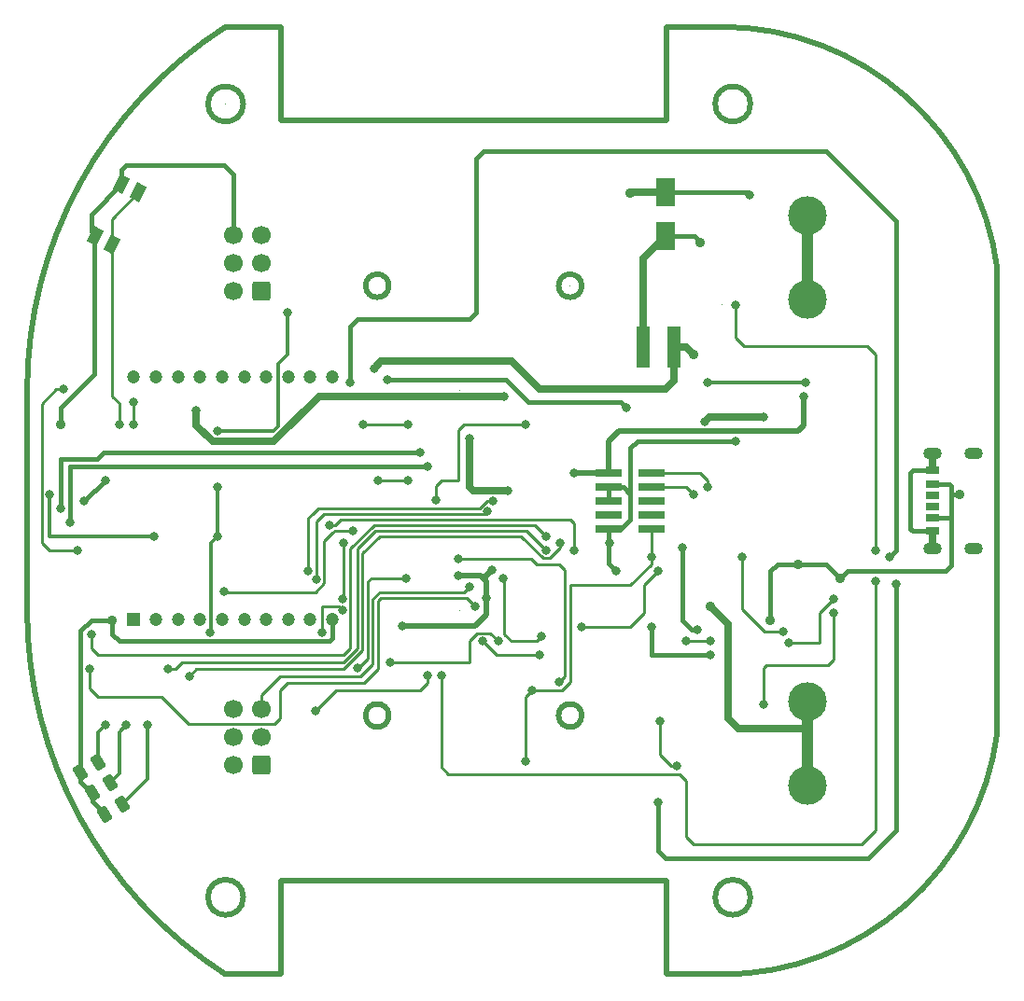
<source format=gbr>
%TF.GenerationSoftware,KiCad,Pcbnew,6.0.7-f9a2dced07~116~ubuntu20.04.1*%
%TF.CreationDate,2022-08-31T16:11:48+02:00*%
%TF.ProjectId,dumber-v3,64756d62-6572-42d7-9633-2e6b69636164,1.1*%
%TF.SameCoordinates,Original*%
%TF.FileFunction,Copper,L1,Top*%
%TF.FilePolarity,Positive*%
%FSLAX46Y46*%
G04 Gerber Fmt 4.6, Leading zero omitted, Abs format (unit mm)*
G04 Created by KiCad (PCBNEW 6.0.7-f9a2dced07~116~ubuntu20.04.1) date 2022-08-31 16:11:48*
%MOMM*%
%LPD*%
G01*
G04 APERTURE LIST*
G04 Aperture macros list*
%AMRoundRect*
0 Rectangle with rounded corners*
0 $1 Rounding radius*
0 $2 $3 $4 $5 $6 $7 $8 $9 X,Y pos of 4 corners*
0 Add a 4 corners polygon primitive as box body*
4,1,4,$2,$3,$4,$5,$6,$7,$8,$9,$2,$3,0*
0 Add four circle primitives for the rounded corners*
1,1,$1+$1,$2,$3*
1,1,$1+$1,$4,$5*
1,1,$1+$1,$6,$7*
1,1,$1+$1,$8,$9*
0 Add four rect primitives between the rounded corners*
20,1,$1+$1,$2,$3,$4,$5,0*
20,1,$1+$1,$4,$5,$6,$7,0*
20,1,$1+$1,$6,$7,$8,$9,0*
20,1,$1+$1,$8,$9,$2,$3,0*%
%AMRotRect*
0 Rectangle, with rotation*
0 The origin of the aperture is its center*
0 $1 length*
0 $2 width*
0 $3 Rotation angle, in degrees counterclockwise*
0 Add horizontal line*
21,1,$1,$2,0,0,$3*%
G04 Aperture macros list end*
%TA.AperFunction,Profile*%
%ADD10C,0.010050*%
%TD*%
%TA.AperFunction,Profile*%
%ADD11C,0.500000*%
%TD*%
%TA.AperFunction,SMDPad,CuDef*%
%ADD12RotRect,1.550000X1.000000X243.000000*%
%TD*%
%TA.AperFunction,ComponentPad*%
%ADD13RoundRect,0.250000X0.600000X0.600000X-0.600000X0.600000X-0.600000X-0.600000X0.600000X-0.600000X0*%
%TD*%
%TA.AperFunction,ComponentPad*%
%ADD14C,1.700000*%
%TD*%
%TA.AperFunction,SMDPad,CuDef*%
%ADD15R,1.800000X2.500000*%
%TD*%
%TA.AperFunction,SMDPad,CuDef*%
%ADD16RoundRect,0.243750X0.017031X-0.516999X0.439219X-0.273249X-0.017031X0.516999X-0.439219X0.273249X0*%
%TD*%
%TA.AperFunction,ComponentPad*%
%ADD17C,3.500000*%
%TD*%
%TA.AperFunction,SMDPad,CuDef*%
%ADD18R,1.200000X0.700000*%
%TD*%
%TA.AperFunction,SMDPad,CuDef*%
%ADD19R,1.200000X0.760000*%
%TD*%
%TA.AperFunction,SMDPad,CuDef*%
%ADD20R,1.200000X0.800000*%
%TD*%
%TA.AperFunction,ComponentPad*%
%ADD21O,1.700000X1.100000*%
%TD*%
%TA.AperFunction,SMDPad,CuDef*%
%ADD22R,2.400000X0.740000*%
%TD*%
%TA.AperFunction,SMDPad,CuDef*%
%ADD23R,1.200000X3.700000*%
%TD*%
%TA.AperFunction,ComponentPad*%
%ADD24R,1.200000X1.200000*%
%TD*%
%TA.AperFunction,ComponentPad*%
%ADD25C,1.200000*%
%TD*%
%TA.AperFunction,ViaPad*%
%ADD26C,0.800000*%
%TD*%
%TA.AperFunction,ViaPad*%
%ADD27C,0.900000*%
%TD*%
%TA.AperFunction,Conductor*%
%ADD28C,0.250000*%
%TD*%
%TA.AperFunction,Conductor*%
%ADD29C,0.700000*%
%TD*%
%TA.AperFunction,Conductor*%
%ADD30C,0.400000*%
%TD*%
%TA.AperFunction,Conductor*%
%ADD31C,0.300000*%
%TD*%
%TA.AperFunction,Conductor*%
%ADD32C,1.000000*%
%TD*%
%TA.AperFunction,Conductor*%
%ADD33C,0.500000*%
%TD*%
G04 APERTURE END LIST*
D10*
X173755025Y-70000000D02*
G75*
G03*
X173755025Y-70000000I-5025J0D01*
G01*
X141505025Y-86500000D02*
G75*
G03*
X141505025Y-86500000I-5025J0D01*
G01*
D11*
X175350000Y-70000000D02*
G75*
G03*
X175350000Y-70000000I-1600000J0D01*
G01*
X142550000Y-86500000D02*
G75*
G03*
X142550000Y-86500000I-1050000J0D01*
G01*
X167750000Y-63000000D02*
X167750000Y-71500000D01*
X109750000Y-96000000D02*
X109750000Y-116000000D01*
X129350000Y-142000000D02*
G75*
G03*
X129350000Y-142000000I-1600000J0D01*
G01*
X127750000Y-63000000D02*
G75*
G03*
X109750000Y-96000000I21250000J-33000000D01*
G01*
X197750000Y-127000000D02*
X197750000Y-85000000D01*
X129350000Y-70000000D02*
G75*
G03*
X129350000Y-70000000I-1600000J0D01*
G01*
X167750000Y-149000000D02*
X172750000Y-149000000D01*
X172750000Y-63000000D02*
X167750000Y-63000000D01*
D10*
X172755025Y-123795455D02*
G75*
G03*
X172755025Y-123795455I-5025J0D01*
G01*
X159005025Y-125500000D02*
G75*
G03*
X159005025Y-125500000I-5025J0D01*
G01*
X159005025Y-86500000D02*
G75*
G03*
X159005025Y-86500000I-5025J0D01*
G01*
X172755025Y-88204545D02*
G75*
G03*
X172755025Y-88204545I-5025J0D01*
G01*
X149005025Y-116000000D02*
G75*
G03*
X149005025Y-116000000I-5025J0D01*
G01*
D11*
X132750000Y-149000000D02*
X132750000Y-140500000D01*
X167750000Y-140500000D02*
X167750000Y-149000000D01*
X127750000Y-149000000D02*
X132750000Y-149000000D01*
X167750000Y-71500000D02*
X132750000Y-71500000D01*
D10*
X127755025Y-70000000D02*
G75*
G03*
X127755025Y-70000000I-5025J0D01*
G01*
D11*
X109750000Y-116000000D02*
G75*
G03*
X127750000Y-149000000I39250000J0D01*
G01*
X175350000Y-142000000D02*
G75*
G03*
X175350000Y-142000000I-1600000J0D01*
G01*
D10*
X149005025Y-96000000D02*
G75*
G03*
X149005025Y-96000000I-5025J0D01*
G01*
D11*
X132750000Y-63000000D02*
X127750000Y-63000000D01*
X132750000Y-71500000D02*
X132750000Y-63000000D01*
X197750047Y-84999994D02*
G75*
G03*
X172750000Y-63000000I-25000047J-3204606D01*
G01*
X160050000Y-86500000D02*
G75*
G03*
X160050000Y-86500000I-1050000J0D01*
G01*
D10*
X173755025Y-142000000D02*
G75*
G03*
X173755025Y-142000000I-5025J0D01*
G01*
X141505025Y-125500000D02*
G75*
G03*
X141505025Y-125500000I-5025J0D01*
G01*
D11*
X132750000Y-140500000D02*
X167750000Y-140500000D01*
X160050000Y-125500000D02*
G75*
G03*
X160050000Y-125500000I-1050000J0D01*
G01*
X142550000Y-125500000D02*
G75*
G03*
X142550000Y-125500000I-1050000J0D01*
G01*
X172750000Y-149000005D02*
G75*
G03*
X197750000Y-127000000I0J25204545D01*
G01*
D10*
X127755025Y-142000000D02*
G75*
G03*
X127755025Y-142000000I-5025J0D01*
G01*
D12*
%TO.P,SW1,1,1*%
%TO.N,GND*%
X118334370Y-77275216D03*
X115950919Y-81953000D03*
%TO.P,SW1,2,2*%
%TO.N,Net-(SW1-Pad2)*%
X119849081Y-78047000D03*
X117465630Y-82724784D03*
%TD*%
D13*
%TO.P,J1,1,Pin_1*%
%TO.N,/Cpu/OUTGAUCHE_A*%
X131000000Y-87000000D03*
D14*
%TO.P,J1,2,Pin_2*%
%TO.N,/Cpu/OUTGAUCHE_B*%
X128460000Y-87000000D03*
%TO.P,J1,3,Pin_3*%
%TO.N,Net-(J1-Pad3)*%
X131000000Y-84460000D03*
%TO.P,J1,4,Pin_4*%
%TO.N,/Cpu/ENCGAUCHE_A*%
X128460000Y-84460000D03*
%TO.P,J1,5,Pin_5*%
%TO.N,/Cpu/ENCGAUCHE_B*%
X131000000Y-81920000D03*
%TO.P,J1,6,Pin_6*%
%TO.N,GND*%
X128460000Y-81920000D03*
%TD*%
D15*
%TO.P,D2,1,K*%
%TO.N,+5V*%
X167640000Y-78010000D03*
%TO.P,D2,2,A*%
%TO.N,Net-(D2-Pad2)*%
X167640000Y-82010000D03*
%TD*%
D16*
%TO.P,D5,1,K*%
%TO.N,GND*%
X116788101Y-134453750D03*
%TO.P,D5,2,A*%
%TO.N,Net-(D5-Pad2)*%
X118411899Y-133516250D03*
%TD*%
D17*
%TO.P,BT1,1,+*%
%TO.N,+BATT*%
X180500000Y-124250000D03*
X180500000Y-131850000D03*
%TO.P,BT1,2,-*%
%TO.N,GND*%
X180500000Y-80150000D03*
X180500000Y-87750000D03*
%TD*%
D13*
%TO.P,J2,1,Pin_1*%
%TO.N,/Cpu/OUTDROIT_A*%
X131000000Y-130000000D03*
D14*
%TO.P,J2,2,Pin_2*%
%TO.N,/Cpu/OUTDROIT_B*%
X128460000Y-130000000D03*
%TO.P,J2,3,Pin_3*%
%TO.N,Net-(J1-Pad3)*%
X131000000Y-127460000D03*
%TO.P,J2,4,Pin_4*%
%TO.N,/Cpu/ENCDROIT_A*%
X128460000Y-127460000D03*
%TO.P,J2,5,Pin_5*%
%TO.N,/Cpu/ENCDROIT_B*%
X131000000Y-124920000D03*
%TO.P,J2,6,Pin_6*%
%TO.N,GND*%
X128460000Y-124920000D03*
%TD*%
D18*
%TO.P,P1,A5,CC1*%
%TO.N,unconnected-(P1-PadA5)*%
X191835000Y-106530000D03*
D19*
%TO.P,P1,A9,VBUS*%
%TO.N,VBUS*%
X191835000Y-104510000D03*
D20*
%TO.P,P1,A12,GND*%
%TO.N,GND*%
X191835000Y-103280000D03*
D18*
%TO.P,P1,B5,CC2*%
%TO.N,unconnected-(P1-PadB5)*%
X191835000Y-105530000D03*
D19*
%TO.P,P1,B9,VBUS*%
%TO.N,VBUS*%
X191835000Y-107550000D03*
D20*
%TO.P,P1,B12,GND*%
%TO.N,GND*%
X191835000Y-108780000D03*
D21*
%TO.P,P1,S1,SHIELD*%
X191835000Y-101710000D03*
X195635000Y-110350000D03*
X195635000Y-101700000D03*
X191835000Y-110350000D03*
%TD*%
D22*
%TO.P,J3,1,Pin_1*%
%TO.N,+2V5*%
X162515000Y-103505000D03*
%TO.P,J3,2,Pin_2*%
%TO.N,/Cpu/SWDIO*%
X166415000Y-103505000D03*
%TO.P,J3,3,Pin_3*%
%TO.N,GND*%
X162515000Y-104775000D03*
%TO.P,J3,4,Pin_4*%
%TO.N,/Cpu/SWCLK*%
X166415000Y-104775000D03*
%TO.P,J3,5,Pin_5*%
%TO.N,GND*%
X162515000Y-106045000D03*
%TO.P,J3,6,Pin_6*%
%TO.N,unconnected-(J3-Pad6)*%
X166415000Y-106045000D03*
%TO.P,J3,7,Pin_7*%
%TO.N,unconnected-(J3-Pad7)*%
X162515000Y-107315000D03*
%TO.P,J3,8,Pin_8*%
%TO.N,unconnected-(J3-Pad8)*%
X166415000Y-107315000D03*
%TO.P,J3,9,Pin_9*%
%TO.N,GND*%
X162515000Y-108585000D03*
%TO.P,J3,10,Pin_10*%
%TO.N,/Cpu/RESET*%
X166415000Y-108585000D03*
%TD*%
D23*
%TO.P,L2,1,1*%
%TO.N,Net-(C6-Pad1)*%
X168405000Y-92075000D03*
%TO.P,L2,2,2*%
%TO.N,Net-(D2-Pad2)*%
X165605000Y-92075000D03*
%TD*%
D24*
%TO.P,U1,1,VCC*%
%TO.N,+2V5*%
X119435000Y-116800000D03*
D25*
%TO.P,U1,2,DOUT*%
%TO.N,/Cpu/USART_RX*%
X121435000Y-116800000D03*
%TO.P,U1,3,DIN*%
%TO.N,/Cpu/USART_TX*%
X123435000Y-116800000D03*
%TO.P,U1,4,DIO12*%
%TO.N,unconnected-(U1-Pad4)*%
X125435000Y-116800000D03*
%TO.P,U1,5,~{RESET}*%
%TO.N,/Cpu/XBEE_RESET*%
X127435000Y-116800000D03*
%TO.P,U1,6,RSSI*%
%TO.N,unconnected-(U1-Pad6)*%
X129435000Y-116800000D03*
%TO.P,U1,7,DIO11*%
%TO.N,unconnected-(U1-Pad7)*%
X131435000Y-116800000D03*
%TO.P,U1,8*%
%TO.N,N/C*%
X133435000Y-116800000D03*
%TO.P,U1,9,~{DTR}/SLEEP_REQ*%
%TO.N,unconnected-(U1-Pad9)*%
X135435000Y-116800000D03*
%TO.P,U1,10,GND*%
%TO.N,GND*%
X137435000Y-116800000D03*
%TO.P,U1,11,DIO4*%
%TO.N,unconnected-(U1-Pad11)*%
X137435000Y-94800000D03*
%TO.P,U1,12,~{CTS}*%
%TO.N,unconnected-(U1-Pad12)*%
X135435000Y-94800000D03*
%TO.P,U1,13,~{SLEEP}*%
%TO.N,unconnected-(U1-Pad13)*%
X133435000Y-94800000D03*
%TO.P,U1,14*%
%TO.N,N/C*%
X131435000Y-94800000D03*
%TO.P,U1,15,ASSOCIATE*%
%TO.N,unconnected-(U1-Pad15)*%
X129435000Y-94800000D03*
%TO.P,U1,16,~{RTS}*%
%TO.N,unconnected-(U1-Pad16)*%
X127435000Y-94800000D03*
%TO.P,U1,17,DIO3*%
%TO.N,unconnected-(U1-Pad17)*%
X125435000Y-94800000D03*
%TO.P,U1,18,DIO2*%
%TO.N,unconnected-(U1-Pad18)*%
X123435000Y-94800000D03*
%TO.P,U1,19,DIO1*%
%TO.N,unconnected-(U1-Pad19)*%
X121435000Y-94800000D03*
%TO.P,U1,20,DIO0*%
%TO.N,unconnected-(U1-Pad20)*%
X119435000Y-94800000D03*
%TD*%
D16*
%TO.P,D4,1,K*%
%TO.N,GND*%
X115647101Y-132548750D03*
%TO.P,D4,2,A*%
%TO.N,Net-(D4-Pad2)*%
X117270899Y-131611250D03*
%TD*%
%TO.P,D3,1,K*%
%TO.N,GND*%
X114588101Y-130643750D03*
%TO.P,D3,2,A*%
%TO.N,Net-(D3-Pad2)*%
X116211899Y-129706250D03*
%TD*%
D26*
%TO.N,/Cpu/BUTTON_SENSE*%
X114300000Y-110490000D03*
X119380000Y-97040500D03*
X113030000Y-95885000D03*
X119380000Y-99060000D03*
%TO.N,/Power_Charge/Sense_BATT*%
X187960000Y-111125000D03*
X188595000Y-113570500D03*
X167005000Y-133350000D03*
X139065000Y-95250000D03*
%TO.N,+BATT*%
X114935000Y-106045000D03*
X116840000Y-104140000D03*
%TO.N,/Cpu/SHUTDOWN*%
X121285000Y-109220000D03*
X111760000Y-105410000D03*
D27*
%TO.N,+BATT*%
X171704000Y-115570000D03*
D26*
X153035000Y-96520000D03*
X125095000Y-97790000D03*
D27*
%TO.N,GND*%
X117475000Y-116840000D03*
D26*
X162560000Y-109855000D03*
X149860000Y-100330000D03*
X173990000Y-100584000D03*
X153350000Y-105095000D03*
X163195000Y-112395000D03*
D27*
X112776000Y-99060000D03*
D26*
%TO.N,VBUS*%
X142404500Y-94996000D03*
X169164000Y-110236000D03*
D27*
X194310000Y-105410000D03*
X183515000Y-113030000D03*
X177165000Y-116840000D03*
D26*
X164084000Y-97536000D03*
X170561000Y-117729000D03*
D27*
X179705000Y-111760000D03*
D26*
%TO.N,+2V5*%
X159385000Y-103505000D03*
X166370000Y-117475000D03*
X143764000Y-117348000D03*
X151387793Y-114811542D03*
X180225500Y-96520000D03*
X148860122Y-112764776D03*
X151892000Y-112268000D03*
X171704000Y-120015000D03*
D27*
%TO.N,+5V*%
X164465000Y-78105000D03*
D26*
X175260000Y-78232000D03*
%TO.N,Net-(C9-Pad1)*%
X171450000Y-95250000D03*
X180340000Y-95250000D03*
D27*
%TO.N,Net-(D2-Pad2)*%
X170815000Y-82550000D03*
D26*
%TO.N,/Cpu/RESET*%
X139700000Y-121195500D03*
X154940000Y-129629500D03*
X155575000Y-123190000D03*
X144145000Y-113030000D03*
X166370000Y-111125000D03*
%TO.N,Net-(J1-Pad3)*%
X127000000Y-99695000D03*
X127000000Y-109220000D03*
X133350000Y-88900000D03*
X126365000Y-117945500D03*
X127000000Y-104775000D03*
%TO.N,Net-(R7-Pad2)*%
X178308000Y-117856000D03*
X174625000Y-111125000D03*
%TO.N,/Cpu/OUTDROIT_A*%
X145415000Y-101600000D03*
X112776000Y-106680000D03*
%TO.N,/Cpu/OUTDROIT_B*%
X113665000Y-107950000D03*
X146050000Y-102870000D03*
%TO.N,Net-(SW1-Pad2)*%
X118110000Y-99060000D03*
%TO.N,Net-(D3-Pad2)*%
X116840000Y-126365000D03*
%TO.N,Net-(D4-Pad2)*%
X118745000Y-126365000D03*
%TO.N,Net-(D5-Pad2)*%
X120650000Y-126365000D03*
%TO.N,/Cpu/ENCGAUCHE_A*%
X144272000Y-99060000D03*
X141605000Y-104140000D03*
X138430000Y-109855000D03*
X138340500Y-114935000D03*
X144272000Y-104140000D03*
X140208000Y-99060000D03*
%TO.N,/Cpu/ENCDROIT_A*%
X127635000Y-114210500D03*
X139259800Y-108779800D03*
%TO.N,/Cpu/ENCDROIT_B*%
X149860000Y-113792000D03*
%TO.N,/Cpu/LED_ROUGE*%
X156845000Y-109220000D03*
X115570000Y-118110000D03*
%TO.N,/Cpu/LED_ORANGE*%
X156845000Y-110490000D03*
X122555000Y-121285000D03*
%TO.N,/Cpu/LED_VERTE*%
X158115000Y-109855000D03*
X124460000Y-121920000D03*
%TO.N,/Cpu/USART_RX*%
X135255000Y-112395000D03*
X151995500Y-106045000D03*
%TO.N,/Cpu/USART_TX*%
X135979500Y-113101755D03*
X151520500Y-106997462D03*
%TO.N,/Cpu/XBEE_RESET*%
X136525000Y-117945500D03*
X142710500Y-120650000D03*
X152469500Y-118745000D03*
X138340500Y-115934503D03*
%TO.N,/Cpu/CHARGER_ST1*%
X182880000Y-116205000D03*
X176530000Y-124460000D03*
%TO.N,/Cpu/SHUTDOWN*%
X135890000Y-125095000D03*
X146050000Y-121830500D03*
%TO.N,/Cpu/CHARGER_ST2*%
X171704000Y-118745000D03*
X156210000Y-120015000D03*
X151020500Y-118745000D03*
X169545000Y-118745000D03*
X182880000Y-114935000D03*
X178816000Y-118872000D03*
%TO.N,/Cpu/PWM_GAUCHE_B*%
X146812000Y-105955500D03*
X154940000Y-99060000D03*
%TO.N,/Cpu/BUTTON_SENSE*%
X150368000Y-115570000D03*
X115387601Y-121285000D03*
%TO.N,/Cpu/BATTERY_SENSE*%
X148844000Y-111252000D03*
X157983701Y-122423701D03*
X167132000Y-125984000D03*
X168632500Y-130071500D03*
%TO.N,/Cpu/SHUTDOWN_ENC*%
X137160000Y-108204000D03*
X159385000Y-110490000D03*
%TO.N,/Cpu/SWDIO*%
X156395480Y-118295480D03*
X152908000Y-113030000D03*
X171450000Y-104775000D03*
%TO.N,/Cpu/SWCLK*%
X160020000Y-117475000D03*
X167005000Y-112395000D03*
X170180000Y-105410000D03*
%TO.N,/Cpu/SHUTDOWN_5V*%
X173990000Y-88265000D03*
X186690000Y-110490000D03*
X186690000Y-113284000D03*
X147320000Y-121830500D03*
%TO.N,Net-(C6-Pad1)*%
X176530000Y-98425000D03*
D27*
X170180000Y-92710000D03*
D26*
X171225000Y-98835000D03*
X141224000Y-93980000D03*
%TD*%
D28*
%TO.N,/Cpu/ENCGAUCHE_A*%
X140208000Y-99060000D02*
X144272000Y-99060000D01*
D29*
%TO.N,Net-(C6-Pad1)*%
X141224000Y-93980000D02*
X141859000Y-93345000D01*
X141859000Y-93345000D02*
X153670000Y-93345000D01*
X153670000Y-93345000D02*
X156210000Y-95885000D01*
X156210000Y-95885000D02*
X167640000Y-95885000D01*
X167640000Y-95885000D02*
X168405000Y-95120000D01*
X168405000Y-95120000D02*
X168405000Y-92075000D01*
D30*
%TO.N,VBUS*%
X142404500Y-94996000D02*
X153203150Y-94996000D01*
X153203150Y-94996000D02*
X155235150Y-97028000D01*
X155235150Y-97028000D02*
X163576000Y-97028000D01*
X163576000Y-97028000D02*
X164084000Y-97536000D01*
D28*
%TO.N,/Cpu/BUTTON_SENSE*%
X111085000Y-97195000D02*
X112395000Y-95885000D01*
X114300000Y-110490000D02*
X111760000Y-110490000D01*
X112395000Y-95885000D02*
X113030000Y-95885000D01*
X111085000Y-103545000D02*
X111085000Y-97195000D01*
X111085000Y-109815000D02*
X111085000Y-103545000D01*
X119380000Y-97040500D02*
X119380000Y-99060000D01*
X111760000Y-110490000D02*
X111085000Y-109815000D01*
D31*
%TO.N,/Cpu/SHUTDOWN*%
X121285000Y-109220000D02*
X111760000Y-109220000D01*
X111760000Y-109220000D02*
X111760000Y-105410000D01*
D30*
%TO.N,/Power_Charge/Sense_BATT*%
X139700000Y-89535000D02*
X149860000Y-89535000D01*
X150495000Y-88900000D02*
X150495000Y-74930000D01*
X149860000Y-89535000D02*
X150495000Y-88900000D01*
X188595000Y-135890000D02*
X186055000Y-138430000D01*
X188595000Y-113570500D02*
X188595000Y-135890000D01*
X180340000Y-74295000D02*
X182245000Y-74295000D01*
X151130000Y-74295000D02*
X180340000Y-74295000D01*
X167005000Y-137795000D02*
X167005000Y-133350000D01*
X188595000Y-110490000D02*
X187960000Y-111125000D01*
X139065000Y-90170000D02*
X139700000Y-89535000D01*
X186055000Y-138430000D02*
X167640000Y-138430000D01*
X167640000Y-138430000D02*
X167005000Y-137795000D01*
X182245000Y-74295000D02*
X187960000Y-80010000D01*
X188595000Y-80645000D02*
X188595000Y-110490000D01*
X150495000Y-74930000D02*
X151130000Y-74295000D01*
X187960000Y-80010000D02*
X188595000Y-80645000D01*
X139065000Y-95250000D02*
X139065000Y-90170000D01*
%TO.N,+BATT*%
X114935000Y-106045000D02*
X116840000Y-104140000D01*
%TO.N,/Cpu/OUTDROIT_A*%
X116065680Y-102235000D02*
X116700680Y-101600000D01*
X112776000Y-106680000D02*
X112776000Y-102235000D01*
X112776000Y-102235000D02*
X116065680Y-102235000D01*
X116700680Y-101600000D02*
X145415000Y-101600000D01*
D29*
%TO.N,+BATT*%
X174277000Y-126652000D02*
X180500000Y-126652000D01*
X126606699Y-100644511D02*
X125095000Y-99132812D01*
X136244270Y-96520000D02*
X132119759Y-100644511D01*
X153035000Y-96520000D02*
X136244270Y-96520000D01*
X132119759Y-100644511D02*
X126606699Y-100644511D01*
D32*
X180500000Y-126652000D02*
X180500000Y-131850000D01*
X180500000Y-124250000D02*
X180500000Y-126652000D01*
D29*
X125095000Y-99132812D02*
X125095000Y-97790000D01*
X173355000Y-125730000D02*
X174277000Y-126652000D01*
X171704000Y-115570000D02*
X173355000Y-117221000D01*
X173355000Y-117221000D02*
X173355000Y-125730000D01*
D30*
%TO.N,GND*%
X118110000Y-118745000D02*
X117475000Y-118110000D01*
X165100000Y-100584000D02*
X173990000Y-100584000D01*
X190060000Y-108780000D02*
X189865000Y-108585000D01*
X163195000Y-112395000D02*
X162515000Y-111715000D01*
X189865000Y-108585000D02*
X189865000Y-103505000D01*
D29*
X191835000Y-103280000D02*
X191835000Y-101710000D01*
D30*
X191835000Y-108780000D02*
X190060000Y-108780000D01*
X118745000Y-75565000D02*
X127635000Y-75565000D01*
X118334370Y-77275216D02*
X118334370Y-75975630D01*
X137435000Y-116800000D02*
X137435000Y-118470000D01*
X137160000Y-118745000D02*
X118110000Y-118745000D01*
X164465000Y-105410000D02*
X164465000Y-107734022D01*
D29*
X153350000Y-105095000D02*
X150180000Y-105095000D01*
D30*
X115824000Y-94488000D02*
X115824000Y-82079919D01*
X162515000Y-104775000D02*
X163830000Y-104775000D01*
X114588101Y-130643750D02*
X114588101Y-117821899D01*
X163614022Y-108585000D02*
X162515000Y-108585000D01*
X114588101Y-117821899D02*
X115570000Y-116840000D01*
X189865000Y-103505000D02*
X190090000Y-103280000D01*
X118334370Y-75975630D02*
X118745000Y-75565000D01*
X115824000Y-82079919D02*
X115950919Y-81953000D01*
X190090000Y-103280000D02*
X191835000Y-103280000D01*
D29*
X191835000Y-110350000D02*
X191835000Y-108780000D01*
D30*
X115647101Y-133312750D02*
X116788101Y-134453750D01*
X127635000Y-75565000D02*
X128460000Y-76390000D01*
X115570000Y-81572081D02*
X115950919Y-81953000D01*
X117475000Y-118110000D02*
X117475000Y-116840000D01*
D32*
X180500000Y-80150000D02*
X180500000Y-87750000D01*
D30*
X118334370Y-77275216D02*
X115570000Y-80039586D01*
X112776000Y-97536000D02*
X115824000Y-94488000D01*
D29*
X149860000Y-104775000D02*
X149860000Y-100330000D01*
D30*
X115647101Y-132548750D02*
X115647101Y-133312750D01*
X164465000Y-105410000D02*
X164465000Y-101219000D01*
X114588101Y-131489750D02*
X115647101Y-132548750D01*
D29*
X150180000Y-105095000D02*
X149860000Y-104775000D01*
D30*
X163830000Y-104775000D02*
X164465000Y-105410000D01*
X164465000Y-101219000D02*
X165100000Y-100584000D01*
X162515000Y-104775000D02*
X162515000Y-106045000D01*
X115570000Y-116840000D02*
X117475000Y-116840000D01*
X112776000Y-99060000D02*
X112776000Y-97536000D01*
X164465000Y-107734022D02*
X163614022Y-108585000D01*
X128460000Y-76390000D02*
X128460000Y-81920000D01*
X114588101Y-130643750D02*
X114588101Y-131489750D01*
X137435000Y-118470000D02*
X137160000Y-118745000D01*
X115570000Y-80039586D02*
X115570000Y-81572081D01*
X162515000Y-111715000D02*
X162515000Y-108585000D01*
%TO.N,VBUS*%
X169164000Y-116840000D02*
X170053000Y-117729000D01*
X193548000Y-107442000D02*
X193548000Y-105537000D01*
X193548000Y-111887000D02*
X193040000Y-112395000D01*
X193040000Y-112395000D02*
X184150000Y-112395000D01*
X170053000Y-117729000D02*
X170561000Y-117729000D01*
X169164000Y-110236000D02*
X169164000Y-116840000D01*
X184150000Y-112395000D02*
X183515000Y-113030000D01*
X191835000Y-107550000D02*
X193440000Y-107550000D01*
X179705000Y-111760000D02*
X182245000Y-111760000D01*
X193440000Y-107550000D02*
X193548000Y-107658000D01*
X193548000Y-105410000D02*
X193548000Y-104648000D01*
X182245000Y-111760000D02*
X183515000Y-113030000D01*
X193548000Y-104648000D02*
X193410000Y-104510000D01*
X193548000Y-105537000D02*
X193675000Y-105410000D01*
X193410000Y-104510000D02*
X191835000Y-104510000D01*
X177165000Y-112395000D02*
X177800000Y-111760000D01*
X193440000Y-107550000D02*
X193548000Y-107442000D01*
X193548000Y-107658000D02*
X193548000Y-111887000D01*
X177800000Y-111760000D02*
X179705000Y-111760000D01*
X177165000Y-116840000D02*
X177165000Y-112395000D01*
X194310000Y-105410000D02*
X193675000Y-105410000D01*
%TO.N,+2V5*%
X166370000Y-120015000D02*
X166370000Y-117475000D01*
D33*
X151384000Y-116332000D02*
X150368000Y-117348000D01*
D31*
X151384251Y-114808000D02*
X151387793Y-114811542D01*
D33*
X159385000Y-103505000D02*
X162515000Y-103505000D01*
X150864776Y-112764776D02*
X151130000Y-113030000D01*
X151384000Y-113284000D02*
X151384000Y-114808000D01*
X150368000Y-117348000D02*
X143764000Y-117348000D01*
X151130000Y-113030000D02*
X151384000Y-113284000D01*
X179705000Y-99695000D02*
X180225500Y-99174500D01*
X148860122Y-112764776D02*
X150864776Y-112764776D01*
D30*
X171704000Y-120015000D02*
X166370000Y-120015000D01*
D33*
X151130000Y-113030000D02*
X151892000Y-112268000D01*
D31*
X151384000Y-114808000D02*
X151384251Y-114808000D01*
D33*
X163449000Y-99695000D02*
X179705000Y-99695000D01*
X151384000Y-114808000D02*
X151384000Y-116332000D01*
X162515000Y-100629000D02*
X163449000Y-99695000D01*
X162515000Y-103505000D02*
X162515000Y-100629000D01*
X180225500Y-99174500D02*
X180225500Y-96520000D01*
D30*
%TO.N,+5V*%
X164560000Y-78010000D02*
X164465000Y-78105000D01*
D29*
X164560000Y-78010000D02*
X167640000Y-78010000D01*
D30*
X175260000Y-78232000D02*
X175038000Y-78010000D01*
X175038000Y-78010000D02*
X167640000Y-78010000D01*
D31*
%TO.N,Net-(C9-Pad1)*%
X180340000Y-95250000D02*
X171450000Y-95250000D01*
D30*
%TO.N,Net-(D2-Pad2)*%
X170275000Y-82010000D02*
X170815000Y-82550000D01*
D29*
X165605000Y-84045000D02*
X167640000Y-82010000D01*
X165605000Y-92075000D02*
X165605000Y-84045000D01*
D30*
X167640000Y-82010000D02*
X170275000Y-82010000D01*
D28*
%TO.N,/Cpu/RESET*%
X159004000Y-122428000D02*
X159004000Y-113665000D01*
X166415000Y-108585000D02*
X166415000Y-111080000D01*
X166370000Y-111760000D02*
X166370000Y-111125000D01*
X166415000Y-111080000D02*
X166370000Y-111125000D01*
X164465000Y-113665000D02*
X166370000Y-111760000D01*
X154940000Y-129629500D02*
X154940000Y-123825000D01*
X158242000Y-123190000D02*
X159004000Y-122428000D01*
X155575000Y-123190000D02*
X158242000Y-123190000D01*
X140652500Y-113347500D02*
X140652500Y-120331782D01*
X140652500Y-120331782D02*
X139700000Y-121284282D01*
X139700000Y-121284282D02*
X139700000Y-121195500D01*
X159004000Y-113665000D02*
X164465000Y-113665000D01*
X140970000Y-113030000D02*
X140652500Y-113347500D01*
X144145000Y-113030000D02*
X140970000Y-113030000D01*
X154940000Y-123825000D02*
X155575000Y-123190000D01*
D31*
%TO.N,Net-(J1-Pad3)*%
X132485489Y-99289511D02*
X132485489Y-93574511D01*
X133350000Y-92710000D02*
X133350000Y-88900000D01*
X132080000Y-99695000D02*
X132485489Y-99289511D01*
X127000000Y-99695000D02*
X132080000Y-99695000D01*
X132485489Y-93574511D02*
X133350000Y-92710000D01*
X126384511Y-109835489D02*
X127000000Y-109220000D01*
X126384511Y-117925989D02*
X126384511Y-109835489D01*
X127000000Y-104775000D02*
X127000000Y-109220000D01*
X126365000Y-117945500D02*
X126384511Y-117925989D01*
D28*
%TO.N,Net-(R7-Pad2)*%
X176665614Y-117856000D02*
X174625000Y-115815386D01*
X178308000Y-117856000D02*
X176665614Y-117856000D01*
X174625000Y-115815386D02*
X174625000Y-111125000D01*
D30*
%TO.N,/Cpu/OUTDROIT_B*%
X146050000Y-102870000D02*
X113665000Y-102870000D01*
X113665000Y-102870000D02*
X113665000Y-107950000D01*
D28*
%TO.N,Net-(SW1-Pad2)*%
X117465630Y-82724784D02*
X117465630Y-80430451D01*
X118110000Y-99060000D02*
X118110000Y-97155000D01*
X117465630Y-80430451D02*
X119849081Y-78047000D01*
X118110000Y-97155000D02*
X117465630Y-96510630D01*
X117465630Y-96510630D02*
X117465630Y-82724784D01*
D31*
%TO.N,Net-(D3-Pad2)*%
X116211899Y-126993101D02*
X116211899Y-129706250D01*
X116840000Y-126365000D02*
X116211899Y-126993101D01*
%TO.N,Net-(D4-Pad2)*%
X118110000Y-127000000D02*
X118110000Y-130772149D01*
X118110000Y-130772149D02*
X117270899Y-131611250D01*
X118745000Y-126365000D02*
X118110000Y-127000000D01*
%TO.N,Net-(D5-Pad2)*%
X120650000Y-126365000D02*
X120650000Y-131278149D01*
X120650000Y-131278149D02*
X118411899Y-133516250D01*
D28*
%TO.N,/Cpu/ENCGAUCHE_A*%
X144272000Y-104140000D02*
X141605000Y-104140000D01*
X138430000Y-109855000D02*
X138430000Y-114935000D01*
X138430000Y-114935000D02*
X138340500Y-114935000D01*
%TO.N,/Cpu/ENCDROIT_A*%
X139259800Y-108779800D02*
X139192000Y-108712000D01*
X137460103Y-108928511D02*
X137451489Y-108928511D01*
X137676614Y-108712000D02*
X137460103Y-108928511D01*
X136704011Y-109675989D02*
X136704011Y-113485989D01*
X136704011Y-113485989D02*
X135890000Y-114300000D01*
X135890000Y-114300000D02*
X127635000Y-114300000D01*
X139192000Y-108712000D02*
X137676614Y-108712000D01*
X137451489Y-108928511D02*
X136704011Y-109675989D01*
X127635000Y-114300000D02*
X127635000Y-114210500D01*
%TO.N,/Cpu/ENCDROIT_B*%
X131000000Y-123635000D02*
X131000000Y-124920000D01*
X149352000Y-114300000D02*
X141732000Y-114300000D01*
X140000114Y-121920000D02*
X132715000Y-121920000D01*
X141102020Y-120818094D02*
X140000114Y-121920000D01*
X141102020Y-114929980D02*
X141102020Y-120818094D01*
X132715000Y-121920000D02*
X131000000Y-123635000D01*
X141732000Y-114300000D02*
X141102020Y-114929980D01*
X149860000Y-113792000D02*
X149352000Y-114300000D01*
%TO.N,/Cpu/LED_ROUGE*%
X156845000Y-109220000D02*
X155829000Y-108204000D01*
X139065000Y-110363000D02*
X139065000Y-119380000D01*
X116205000Y-120015000D02*
X115570000Y-119380000D01*
X115570000Y-119380000D02*
X115570000Y-118110000D01*
X139065000Y-119380000D02*
X138430000Y-120015000D01*
X141224000Y-108204000D02*
X139065000Y-110363000D01*
X138430000Y-120015000D02*
X116205000Y-120015000D01*
X155829000Y-108204000D02*
X141224000Y-108204000D01*
%TO.N,/Cpu/LED_ORANGE*%
X123825000Y-120650000D02*
X138430718Y-120650000D01*
X139700000Y-110363718D02*
X141351718Y-108712000D01*
X141351718Y-108712000D02*
X155067000Y-108712000D01*
X155067000Y-108712000D02*
X156845000Y-110490000D01*
X122555000Y-121285000D02*
X123190000Y-121285000D01*
X138430718Y-120650000D02*
X139700000Y-119380718D01*
X123190000Y-121285000D02*
X123825000Y-120650000D01*
X139700000Y-119380718D02*
X139700000Y-110363718D01*
%TO.N,/Cpu/LED_VERTE*%
X125095000Y-121285000D02*
X124460000Y-121920000D01*
X158115000Y-110244614D02*
X157145103Y-111214511D01*
X140149520Y-110802480D02*
X140149520Y-119566916D01*
X140149520Y-119566916D02*
X138431436Y-121285000D01*
X141732000Y-109220000D02*
X140149520Y-110802480D01*
X156544897Y-111214511D02*
X154550386Y-109220000D01*
X157145103Y-111214511D02*
X156544897Y-111214511D01*
X158115000Y-109855000D02*
X158115000Y-110244614D01*
X138431436Y-121285000D02*
X125095000Y-121285000D01*
X154550386Y-109220000D02*
X141732000Y-109220000D01*
%TO.N,/Cpu/USART_RX*%
X151448348Y-106045000D02*
X151995500Y-106045000D01*
X135255000Y-107569000D02*
X135636000Y-107188000D01*
X136154039Y-106680000D02*
X150813348Y-106680000D01*
X135636000Y-107188000D02*
X135646039Y-107188000D01*
X150813348Y-106680000D02*
X151448348Y-106045000D01*
X135255000Y-112395000D02*
X135255000Y-107569000D01*
X135646039Y-107188000D02*
X136154039Y-106680000D01*
%TO.N,/Cpu/USART_TX*%
X135979511Y-113101744D02*
X135979500Y-113101755D01*
X136652000Y-107188000D02*
X135979511Y-107860489D01*
X151520500Y-106997462D02*
X151329962Y-107188000D01*
X151329962Y-107188000D02*
X136652000Y-107188000D01*
X135979511Y-107860489D02*
X135979511Y-113101744D01*
%TO.N,/Cpu/XBEE_RESET*%
X149860000Y-120650000D02*
X149860000Y-118745000D01*
X151744989Y-118020489D02*
X152469500Y-118745000D01*
X137990508Y-115584511D02*
X138340500Y-115934503D01*
X136510489Y-115584511D02*
X137990508Y-115584511D01*
X149860000Y-118745000D02*
X150584511Y-118020489D01*
X136510489Y-117930989D02*
X136510489Y-115584511D01*
X136525000Y-117945500D02*
X136510489Y-117930989D01*
X142710500Y-120650000D02*
X149860000Y-120650000D01*
X150584511Y-118020489D02*
X151744989Y-118020489D01*
%TO.N,/Cpu/CHARGER_ST1*%
X176530000Y-124460000D02*
X176530000Y-121158000D01*
X182372000Y-120904000D02*
X182880000Y-120396000D01*
X182880000Y-120396000D02*
X182880000Y-116205000D01*
X176530000Y-121158000D02*
X176784000Y-120904000D01*
X176784000Y-120904000D02*
X182372000Y-120904000D01*
%TO.N,/Cpu/SHUTDOWN*%
X145415000Y-123190000D02*
X146050000Y-122555000D01*
X137795000Y-123190000D02*
X145415000Y-123190000D01*
X135890000Y-125095000D02*
X137795000Y-123190000D01*
X146050000Y-122555000D02*
X146050000Y-121830500D01*
%TO.N,/Cpu/CHARGER_ST2*%
X178816000Y-118872000D02*
X181610000Y-118872000D01*
X169545000Y-118745000D02*
X171704000Y-118745000D01*
X152290500Y-120015000D02*
X151020500Y-118745000D01*
X181610000Y-116205000D02*
X182880000Y-114935000D01*
X181610000Y-118872000D02*
X181610000Y-116205000D01*
X156210000Y-120015000D02*
X152290500Y-120015000D01*
%TO.N,/Cpu/PWM_GAUCHE_B*%
X146812000Y-105955500D02*
X146812000Y-104648000D01*
X148844000Y-104140000D02*
X148844000Y-99568000D01*
X149352000Y-99060000D02*
X154940000Y-99060000D01*
X147320000Y-104140000D02*
X148844000Y-104140000D01*
X146812000Y-104648000D02*
X147320000Y-104140000D01*
X148844000Y-99568000D02*
X149352000Y-99060000D01*
%TO.N,/Cpu/BUTTON_SENSE*%
X133350000Y-122555000D02*
X132715000Y-123190000D01*
X141859718Y-114808000D02*
X141605000Y-115062718D01*
X132715000Y-123190000D02*
X132715000Y-125730000D01*
X124380489Y-126285489D02*
X121920000Y-123825000D01*
X141605000Y-115062718D02*
X141605000Y-121285718D01*
X116205000Y-123825000D02*
X121920000Y-123825000D01*
X115387601Y-123007601D02*
X116205000Y-123825000D01*
X132159511Y-126285489D02*
X124380489Y-126285489D01*
X149606000Y-114808000D02*
X141859718Y-114808000D01*
X150368000Y-115570000D02*
X149606000Y-114808000D01*
X132715000Y-125730000D02*
X132159511Y-126285489D01*
X141605000Y-121285718D02*
X140335718Y-122555000D01*
X140335718Y-122555000D02*
X133350000Y-122555000D01*
X115387601Y-123007601D02*
X115387601Y-121285000D01*
%TO.N,/Cpu/BATTERY_SENSE*%
X167132000Y-129032000D02*
X168171500Y-130071500D01*
X158496000Y-121911402D02*
X157983701Y-122423701D01*
X168171500Y-130071500D02*
X168632500Y-130071500D01*
X155448000Y-111252000D02*
X155956000Y-111760000D01*
X148844000Y-111252000D02*
X155448000Y-111252000D01*
X155956000Y-111760000D02*
X157988000Y-111760000D01*
X157988000Y-111760000D02*
X158496000Y-112268000D01*
X167132000Y-125984000D02*
X167132000Y-129032000D01*
X158496000Y-112268000D02*
X158496000Y-121911402D01*
%TO.N,/Cpu/SHUTDOWN_ENC*%
X137668000Y-108204000D02*
X138150027Y-107721973D01*
X138150027Y-107721973D02*
X159029973Y-107721973D01*
X159029973Y-107721973D02*
X159385000Y-108077000D01*
X159385000Y-108077000D02*
X159385000Y-110490000D01*
X137160000Y-108204000D02*
X137668000Y-108204000D01*
%TO.N,/Cpu/SWDIO*%
X155945960Y-118745000D02*
X156395480Y-118295480D01*
X153035000Y-113157000D02*
X153035000Y-118110000D01*
X170815000Y-103505000D02*
X166415000Y-103505000D01*
X153035000Y-118110000D02*
X153670000Y-118745000D01*
X171450000Y-104140000D02*
X170815000Y-103505000D01*
X153670000Y-118745000D02*
X155945960Y-118745000D01*
X171450000Y-104775000D02*
X171450000Y-104140000D01*
X152908000Y-113030000D02*
X153035000Y-113157000D01*
%TO.N,/Cpu/SWCLK*%
X164465000Y-117475000D02*
X165735000Y-116205000D01*
X169545000Y-104775000D02*
X170180000Y-105410000D01*
X160020000Y-117475000D02*
X164465000Y-117475000D01*
X165735000Y-116205000D02*
X165735000Y-113665000D01*
X166415000Y-104775000D02*
X169545000Y-104775000D01*
X165735000Y-113665000D02*
X167005000Y-112395000D01*
%TO.N,/Cpu/SHUTDOWN_5V*%
X169545000Y-131445000D02*
X168910000Y-130810000D01*
X173990000Y-91186000D02*
X174752000Y-91948000D01*
X170180000Y-137160000D02*
X169545000Y-136525000D01*
X186690000Y-135890000D02*
X185420000Y-137160000D01*
X173990000Y-88265000D02*
X173990000Y-91186000D01*
X185420000Y-137160000D02*
X170180000Y-137160000D01*
X186690000Y-110490000D02*
X186690000Y-92710000D01*
X168910000Y-130810000D02*
X147955000Y-130810000D01*
X186690000Y-113284000D02*
X186690000Y-135890000D01*
X147955000Y-130810000D02*
X147320000Y-130175000D01*
X185928000Y-91948000D02*
X186690000Y-92710000D01*
X169545000Y-136525000D02*
X169545000Y-131445000D01*
X147320000Y-130175000D02*
X147320000Y-121830500D01*
X174752000Y-91948000D02*
X185928000Y-91948000D01*
D29*
%TO.N,Net-(C6-Pad1)*%
X169545000Y-92075000D02*
X170180000Y-92710000D01*
X168405000Y-92075000D02*
X169545000Y-92075000D01*
X171225000Y-98835000D02*
X171635000Y-98425000D01*
X171635000Y-98425000D02*
X176530000Y-98425000D01*
%TD*%
M02*

</source>
